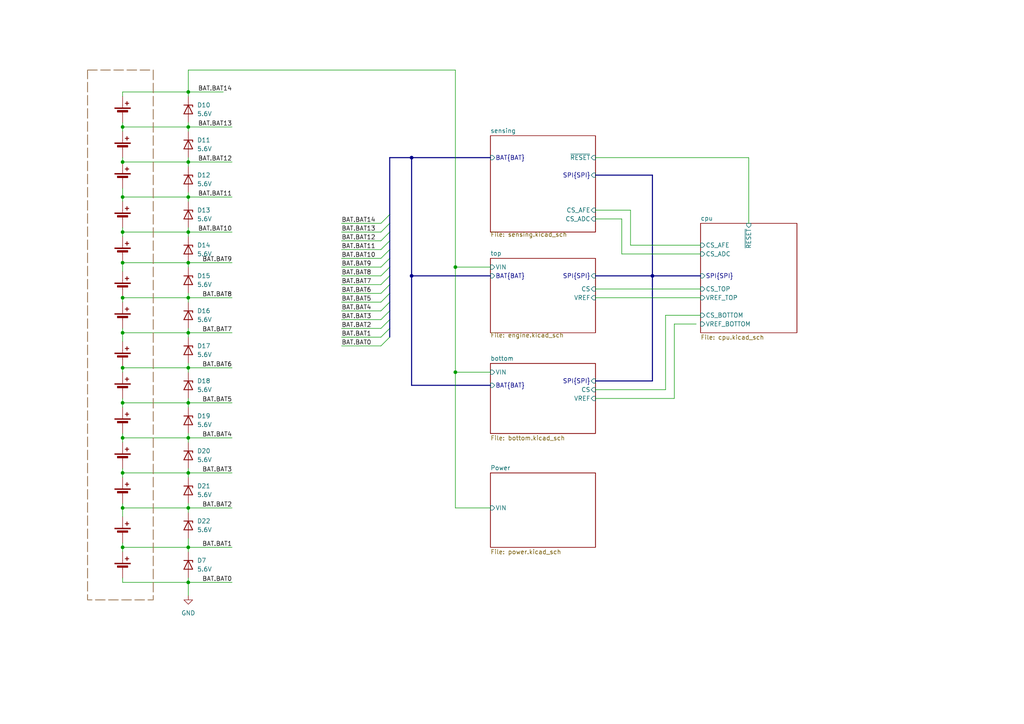
<source format=kicad_sch>
(kicad_sch (version 20250114) (generator "eeschema") (generator_version "9.0")
  (paper "A4")
  (lib_symbols
    (symbol "Device:Battery_Cell" (pin_numbers (hide yes)) (pin_names (offset 0) (hide yes))
      (property "Reference" "BT" (at 2.54 2.54 0))
      (property "Value" "Battery_Cell" (at 2.54 0 0))
      (symbol "Battery_Cell_0_1"
        (rectangle (start -2.286 1.778) (end 2.286 1.524) (fill (type outline)))
        (rectangle (start -1.524 1.016) (end 1.524 0.508) (fill (type outline)))
        (polyline (pts (xy 0 1.778) (xy 0 2.54)))
        (polyline (pts (xy 0 0.762) (xy 0 0)))
        (polyline (pts (xy 0.762 3.048) (xy 1.778 3.048)) (stroke (width 0.254)))
        (polyline (pts (xy 1.27 3.556) (xy 1.27 2.54)) (stroke (width 0.254)))
      )
      (symbol "Battery_Cell_1_1"
        (pin passive line (at 0 5.08 270) (length 2.54) (name "+") (number "1"))
        (pin passive line (at 0 -2.54 90) (length 2.54) (name "-") (number "2"))
      )
    )
    (symbol "Device:D_Zener" (pin_numbers (hide yes)) (pin_names (offset 1.016) (hide yes))
      (property "Reference" "D" (at 0 2.54 0))
      (property "Value" "D_Zener" (at 0 -2.54 0))
      (symbol "D_Zener_0_1"
        (polyline (pts (xy -1.27 -1.27) (xy -1.27 1.27) (xy -0.762 1.27)) (stroke (width 0.254)))
        (polyline (pts (xy 1.27 0) (xy -1.27 0)))
        (polyline (pts (xy 1.27 -1.27) (xy 1.27 1.27) (xy -1.27 0) (xy 1.27 -1.27)) (stroke (width 0.254)))
      )
      (symbol "D_Zener_1_1"
        (pin passive line (at -3.81 0 0) (length 2.54) (name "K") (number "1"))
        (pin passive line (at 3.81 0 180) (length 2.54) (name "A") (number "2"))
      )
    )
    (symbol "power:GND" (power) (pin_numbers (hide yes)) (pin_names (offset 0) (hide yes))
      (property "Value" "GND" (at 0 -3.81 0))
      (symbol "GND_0_1"
        (polyline (pts (xy 0 0) (xy 0 -1.27) (xy 1.27 -1.27) (xy 0 -2.54) (xy -1.27 -1.27) (xy 0 -1.27)))
      )
      (symbol "GND_1_1"
        (pin power_in line (at 0 0 270) (length 0) (name "~") (number "1"))
      )
    )
  )
  (bus_alias "BAT" (members "BAT0" "BAT1" "BAT2" "BAT3" "BAT4" "BAT5" "BAT6" "BAT7" "BAT8" "BAT9" "BAT10" "BAT11" "BAT12" "BAT13" "BAT14" "BAT14S"))
  (bus_alias "I2C" (members "SDA" "SCL"))
  (bus_alias "SPI" (members "MISO" "MOSI" "CLK"))
  (rectangle (start 25.4 20.32) (end 44.45 173.99) (stroke (width 0.254) (type dash) (color 155 118 82 1)))
  (junction (at 189.23 80.01))
  (junction (at 35.56 127))
  (junction (at 54.61 168.91))
  (junction (at 35.56 76.2))
  (junction (at 54.61 46.99))
  (junction (at 35.56 147.32))
  (junction (at 35.56 46.99))
  (junction (at 35.56 96.52))
  (junction (at 54.61 57.15))
  (junction (at 54.61 26.67))
  (junction (at 132.08 107.95))
  (junction (at 119.38 45.72))
  (junction (at 54.61 36.83))
  (junction (at 54.61 67.31))
  (junction (at 35.56 137.16))
  (junction (at 35.56 86.36))
  (junction (at 54.61 147.32))
  (junction (at 54.61 127))
  (junction (at 54.61 116.84))
  (junction (at 35.56 36.83))
  (junction (at 54.61 158.75))
  (junction (at 54.61 76.2))
  (junction (at 132.08 77.47))
  (junction (at 35.56 116.84))
  (junction (at 54.61 96.52))
  (junction (at 35.56 57.15))
  (junction (at 35.56 67.31))
  (junction (at 54.61 137.16))
  (junction (at 54.61 86.36))
  (junction (at 54.61 106.68))
  (junction (at 35.56 158.75))
  (junction (at 119.38 80.01))
  (junction (at 35.56 106.68))
  (bus_entry (at 110.49 100.33) (size 2.54 -2.54))
  (bus_entry (at 110.49 87.63) (size 2.54 -2.54))
  (bus_entry (at 110.49 97.79) (size 2.54 -2.54))
  (bus_entry (at 110.49 92.71) (size 2.54 -2.54))
  (bus_entry (at 110.49 90.17) (size 2.54 -2.54))
  (bus_entry (at 110.49 85.09) (size 2.54 -2.54))
  (bus_entry (at 110.49 69.85) (size 2.54 -2.54))
  (bus_entry (at 110.49 72.39) (size 2.54 -2.54))
  (bus_entry (at 110.49 64.77) (size 2.54 -2.54))
  (bus_entry (at 110.49 80.01) (size 2.54 -2.54))
  (bus_entry (at 110.49 74.93) (size 2.54 -2.54))
  (bus_entry (at 110.49 67.31) (size 2.54 -2.54))
  (bus_entry (at 110.49 77.47) (size 2.54 -2.54))
  (bus_entry (at 110.49 82.55) (size 2.54 -2.54))
  (bus_entry (at 110.49 95.25) (size 2.54 -2.54))
  (wire (pts (xy 54.61 86.36) (xy 54.61 87.63)))
  (bus (pts (xy 189.23 50.8) (xy 189.23 80.01)))
  (bus (pts (xy 119.38 45.72) (xy 119.38 80.01)))
  (wire (pts (xy 35.56 147.32) (xy 35.56 146.05)))
  (wire (pts (xy 132.08 147.32) (xy 142.24 147.32)))
  (wire (pts (xy 35.56 36.83) (xy 35.56 35.56)))
  (wire (pts (xy 203.2 83.82) (xy 172.72 83.82)))
  (wire (pts (xy 99.06 67.31) (xy 110.49 67.31)))
  (wire (pts (xy 54.61 55.88) (xy 54.61 57.15)))
  (wire (pts (xy 54.61 85.09) (xy 54.61 86.36)))
  (wire (pts (xy 54.61 66.04) (xy 54.61 67.31)))
  (wire (pts (xy 35.56 116.84) (xy 35.56 115.57)))
  (wire (pts (xy 35.56 125.73) (xy 35.56 127)))
  (wire (pts (xy 182.88 71.12) (xy 182.88 60.96)))
  (wire (pts (xy 54.61 76.2) (xy 35.56 76.2)))
  (bus (pts (xy 113.03 67.31) (xy 113.03 64.77)))
  (bus (pts (xy 113.03 90.17) (xy 113.03 87.63)))
  (wire (pts (xy 99.06 77.47) (xy 110.49 77.47)))
  (wire (pts (xy 172.72 86.36) (xy 203.2 86.36)))
  (wire (pts (xy 54.61 46.99) (xy 67.31 46.99)))
  (wire (pts (xy 99.06 97.79) (xy 110.49 97.79)))
  (wire (pts (xy 35.56 76.2) (xy 35.56 78.74)))
  (wire (pts (xy 142.24 107.95) (xy 132.08 107.95)))
  (wire (pts (xy 99.06 82.55) (xy 110.49 82.55)))
  (wire (pts (xy 54.61 106.68) (xy 67.31 106.68)))
  (wire (pts (xy 54.61 36.83) (xy 54.61 38.1)))
  (wire (pts (xy 54.61 36.83) (xy 35.56 36.83)))
  (wire (pts (xy 35.56 96.52) (xy 35.56 99.06)))
  (wire (pts (xy 54.61 26.67) (xy 64.77 26.67)))
  (wire (pts (xy 54.61 20.32) (xy 132.08 20.32)))
  (wire (pts (xy 54.61 96.52) (xy 67.31 96.52)))
  (wire (pts (xy 99.06 92.71) (xy 110.49 92.71)))
  (bus (pts (xy 113.03 95.25) (xy 113.03 92.71)))
  (wire (pts (xy 35.56 128.27) (xy 35.56 127)))
  (wire (pts (xy 35.56 96.52) (xy 54.61 96.52)))
  (wire (pts (xy 54.61 57.15) (xy 67.31 57.15)))
  (wire (pts (xy 217.17 45.72) (xy 217.17 64.77)))
  (wire (pts (xy 195.58 115.57) (xy 172.72 115.57)))
  (wire (pts (xy 54.61 156.21) (xy 54.61 158.75)))
  (wire (pts (xy 132.08 20.32) (xy 132.08 77.47)))
  (wire (pts (xy 54.61 36.83) (xy 67.31 36.83)))
  (wire (pts (xy 35.56 147.32) (xy 35.56 149.86)))
  (wire (pts (xy 35.56 168.91) (xy 54.61 168.91)))
  (wire (pts (xy 35.56 138.43) (xy 35.56 137.16)))
  (wire (pts (xy 35.56 67.31) (xy 35.56 68.58)))
  (wire (pts (xy 54.61 35.56) (xy 54.61 36.83)))
  (wire (pts (xy 54.61 158.75) (xy 54.61 160.02)))
  (wire (pts (xy 99.06 69.85) (xy 110.49 69.85)))
  (wire (pts (xy 54.61 46.99) (xy 54.61 45.72)))
  (wire (pts (xy 35.56 95.25) (xy 35.56 96.52)))
  (wire (pts (xy 54.61 26.67) (xy 54.61 27.94)))
  (bus (pts (xy 113.03 92.71) (xy 113.03 90.17)))
  (wire (pts (xy 35.56 45.72) (xy 35.56 46.99)))
  (wire (pts (xy 193.04 113.03) (xy 172.72 113.03)))
  (wire (pts (xy 35.56 86.36) (xy 54.61 86.36)))
  (bus (pts (xy 113.03 87.63) (xy 113.03 85.09)))
  (bus (pts (xy 119.38 111.76) (xy 142.24 111.76)))
  (wire (pts (xy 35.56 137.16) (xy 54.61 137.16)))
  (wire (pts (xy 99.06 80.01) (xy 110.49 80.01)))
  (bus (pts (xy 119.38 80.01) (xy 119.38 111.76)))
  (wire (pts (xy 54.61 116.84) (xy 67.31 116.84)))
  (wire (pts (xy 54.61 57.15) (xy 54.61 58.42)))
  (bus (pts (xy 113.03 72.39) (xy 113.03 69.85)))
  (bus (pts (xy 113.03 45.72) (xy 113.03 62.23)))
  (wire (pts (xy 35.56 106.68) (xy 35.56 107.95)))
  (wire (pts (xy 54.61 116.84) (xy 35.56 116.84)))
  (wire (pts (xy 99.06 100.33) (xy 110.49 100.33)))
  (wire (pts (xy 99.06 90.17) (xy 110.49 90.17)))
  (wire (pts (xy 54.61 147.32) (xy 54.61 148.59)))
  (wire (pts (xy 54.61 168.91) (xy 54.61 172.72)))
  (wire (pts (xy 54.61 168.91) (xy 67.31 168.91)))
  (bus (pts (xy 113.03 85.09) (xy 113.03 82.55)))
  (wire (pts (xy 54.61 168.91) (xy 54.61 167.64)))
  (bus (pts (xy 189.23 110.49) (xy 172.72 110.49)))
  (wire (pts (xy 172.72 60.96) (xy 182.88 60.96)))
  (wire (pts (xy 35.56 116.84) (xy 35.56 118.11)))
  (wire (pts (xy 54.61 76.2) (xy 67.31 76.2)))
  (bus (pts (xy 113.03 74.93) (xy 113.03 72.39)))
  (wire (pts (xy 54.61 127) (xy 54.61 128.27)))
  (wire (pts (xy 172.72 45.72) (xy 217.17 45.72)))
  (wire (pts (xy 35.56 54.61) (xy 35.56 57.15)))
  (bus (pts (xy 113.03 45.72) (xy 119.38 45.72)))
  (wire (pts (xy 54.61 116.84) (xy 54.61 118.11)))
  (wire (pts (xy 35.56 158.75) (xy 54.61 158.75)))
  (bus (pts (xy 113.03 82.55) (xy 113.03 80.01)))
  (wire (pts (xy 35.56 46.99) (xy 54.61 46.99)))
  (wire (pts (xy 54.61 127) (xy 67.31 127)))
  (bus (pts (xy 119.38 80.01) (xy 142.24 80.01)))
  (wire (pts (xy 35.56 26.67) (xy 54.61 26.67)))
  (wire (pts (xy 99.06 72.39) (xy 110.49 72.39)))
  (wire (pts (xy 54.61 137.16) (xy 54.61 138.43)))
  (wire (pts (xy 54.61 105.41) (xy 54.61 106.68)))
  (wire (pts (xy 54.61 137.16) (xy 67.31 137.16)))
  (wire (pts (xy 35.56 157.48) (xy 35.56 158.75)))
  (wire (pts (xy 132.08 107.95) (xy 132.08 77.47)))
  (bus (pts (xy 119.38 45.72) (xy 142.24 45.72)))
  (wire (pts (xy 99.06 87.63) (xy 110.49 87.63)))
  (wire (pts (xy 99.06 74.93) (xy 110.49 74.93)))
  (wire (pts (xy 35.56 57.15) (xy 54.61 57.15)))
  (wire (pts (xy 99.06 95.25) (xy 110.49 95.25)))
  (wire (pts (xy 193.04 91.44) (xy 193.04 113.03)))
  (bus (pts (xy 113.03 77.47) (xy 113.03 74.93)))
  (wire (pts (xy 54.61 95.25) (xy 54.61 96.52)))
  (wire (pts (xy 54.61 147.32) (xy 35.56 147.32)))
  (wire (pts (xy 54.61 86.36) (xy 67.31 86.36)))
  (wire (pts (xy 54.61 158.75) (xy 67.31 158.75)))
  (wire (pts (xy 35.56 66.04) (xy 35.56 67.31)))
  (bus (pts (xy 113.03 80.01) (xy 113.03 77.47)))
  (wire (pts (xy 54.61 67.31) (xy 67.31 67.31)))
  (wire (pts (xy 203.2 91.44) (xy 193.04 91.44)))
  (wire (pts (xy 54.61 135.89) (xy 54.61 137.16)))
  (wire (pts (xy 195.58 93.98) (xy 195.58 115.57)))
  (wire (pts (xy 132.08 77.47) (xy 142.24 77.47)))
  (wire (pts (xy 54.61 106.68) (xy 54.61 107.95)))
  (wire (pts (xy 35.56 135.89) (xy 35.56 137.16)))
  (wire (pts (xy 132.08 107.95) (xy 132.08 147.32)))
  (wire (pts (xy 35.56 106.68) (xy 54.61 106.68)))
  (wire (pts (xy 54.61 115.57) (xy 54.61 116.84)))
  (wire (pts (xy 99.06 85.09) (xy 110.49 85.09)))
  (bus (pts (xy 172.72 80.01) (xy 189.23 80.01)))
  (wire (pts (xy 54.61 147.32) (xy 67.31 147.32)))
  (wire (pts (xy 35.56 86.36) (xy 35.56 87.63)))
  (bus (pts (xy 113.03 64.77) (xy 113.03 62.23)))
  (wire (pts (xy 35.56 127) (xy 54.61 127)))
  (bus (pts (xy 113.03 97.79) (xy 113.03 95.25)))
  (wire (pts (xy 35.56 26.67) (xy 35.56 27.94)))
  (bus (pts (xy 189.23 80.01) (xy 189.23 110.49)))
  (wire (pts (xy 54.61 20.32) (xy 54.61 26.67)))
  (wire (pts (xy 54.61 46.99) (xy 54.61 48.26)))
  (wire (pts (xy 203.2 73.66) (xy 180.34 73.66)))
  (wire (pts (xy 35.56 160.02) (xy 35.56 158.75)))
  (wire (pts (xy 35.56 36.83) (xy 35.56 38.1)))
  (wire (pts (xy 35.56 167.64) (xy 35.56 168.91)))
  (bus (pts (xy 172.72 50.8) (xy 189.23 50.8)))
  (wire (pts (xy 54.61 76.2) (xy 54.61 77.47)))
  (wire (pts (xy 54.61 127) (xy 54.61 125.73)))
  (wire (pts (xy 180.34 63.5) (xy 172.72 63.5)))
  (wire (pts (xy 201.93 93.98) (xy 195.58 93.98)))
  (wire (pts (xy 99.06 64.77) (xy 110.49 64.77)))
  (wire (pts (xy 180.34 73.66) (xy 180.34 63.5)))
  (wire (pts (xy 54.61 146.05) (xy 54.61 147.32)))
  (wire (pts (xy 35.56 67.31) (xy 54.61 67.31)))
  (wire (pts (xy 35.56 58.42) (xy 35.56 57.15)))
  (wire (pts (xy 54.61 96.52) (xy 54.61 97.79)))
  (bus (pts (xy 189.23 80.01) (xy 203.2 80.01)))
  (bus (pts (xy 113.03 69.85) (xy 113.03 67.31)))
  (wire (pts (xy 54.61 67.31) (xy 54.61 68.58)))
  (wire (pts (xy 203.2 71.12) (xy 182.88 71.12)))
  (label "BAT.BAT14" (at 67.31 26.67 180))
  (label "BAT.BAT13" (at 99.06 67.31 0))
  (label "BAT.BAT8" (at 99.06 80.01 0))
  (label "BAT.BAT12" (at 67.31 46.99 180))
  (label "BAT.BAT2" (at 67.31 147.32 180))
  (label "BAT.BAT10" (at 99.06 74.93 0))
  (label "BAT.BAT11" (at 99.06 72.39 0))
  (label "BAT.BAT10" (at 67.31 67.31 180))
  (label "BAT.BAT5" (at 99.06 87.63 0))
  (label "BAT.BAT11" (at 67.31 57.15 180))
  (label "BAT.BAT6" (at 67.31 106.68 180))
  (label "BAT.BAT1" (at 99.06 97.79 0))
  (label "BAT.BAT8" (at 67.31 86.36 180))
  (label "BAT.BAT3" (at 99.06 92.71 0))
  (label "BAT.BAT9" (at 67.31 76.2 180))
  (label "BAT.BAT2" (at 99.06 95.25 0))
  (label "BAT.BAT0" (at 67.31 168.91 180))
  (label "BAT.BAT3" (at 67.31 137.16 180))
  (label "BAT.BAT1" (at 67.31 158.75 180))
  (label "BAT.BAT13" (at 67.31 36.83 180))
  (label "BAT.BAT7" (at 67.31 96.52 180))
  (label "BAT.BAT5" (at 67.31 116.84 180))
  (label "BAT.BAT4" (at 67.31 127 180))
  (label "BAT.BAT12" (at 99.06 69.85 0))
  (label "BAT.BAT0" (at 99.06 100.33 0))
  (label "BAT.BAT9" (at 99.06 77.47 0))
  (label "BAT.BAT6" (at 99.06 85.09 0))
  (label "BAT.BAT14" (at 99.06 64.77 0))
  (label "BAT.BAT7" (at 99.06 82.55 0))
  (label "BAT.BAT4" (at 99.06 90.17 0))
  (symbol (lib_id "Device:D_Zener") (at 54.61 101.6 270) (unit 1)
    (property "Reference" "D17" (at 57.15 100.3299 90) (effects (justify left)))
    (property "Value" "5.6V" (at 57.15 102.8699 90) (effects (justify left)))
    (property "Description" "Zener diode" (effects (hide yes)))
  )
  (symbol (lib_id "Device:D_Zener") (at 54.61 81.28 270) (unit 1)
    (property "Reference" "D15" (at 57.15 80.0099 90) (effects (justify left)))
    (property "Value" "5.6V" (at 57.15 82.5499 90) (effects (justify left)))
    (property "Description" "Zener diode" (effects (hide yes)))
  )
  (symbol (lib_id "Device:D_Zener") (at 54.61 111.76 270) (unit 1)
    (property "Reference" "D18" (at 57.15 110.4899 90) (effects (justify left)))
    (property "Value" "5.6V" (at 57.15 113.0299 90) (effects (justify left)))
    (property "Description" "Zener diode" (effects (hide yes)))
  )
  (symbol (lib_id "Device:D_Zener") (at 54.61 132.08 270) (unit 1)
    (property "Reference" "D20" (at 57.15 130.8099 90) (effects (justify left)))
    (property "Value" "5.6V" (at 57.15 133.3499 90) (effects (justify left)))
    (property "Description" "Zener diode" (effects (hide yes)))
  )
  (symbol (lib_id "Device:Battery_Cell") (at 35.56 43.18 0) (unit 1)
    (property "Reference" "BT2" (effects (hide yes)))
    (property "Value" "Battery_Cell" (effects (hide yes)))
    (property "Description" "Single-cell battery" (effects (hide yes)))
  )
  (symbol (lib_id "Device:Battery_Cell") (at 35.56 83.82 0) (unit 1)
    (property "Reference" "BT6" (effects (hide yes)))
    (property "Value" "Battery_Cell" (effects (hide yes)))
    (property "Description" "Single-cell battery" (effects (hide yes)))
  )
  (symbol (lib_id "Device:D_Zener") (at 54.61 163.83 270) (unit 1)
    (property "Reference" "D7" (at 57.15 162.5599 90) (effects (justify left)))
    (property "Value" "5.6V" (at 57.15 165.0999 90) (effects (justify left)))
    (property "Description" "Zener diode" (effects (hide yes)))
  )
  (symbol (lib_id "Device:D_Zener") (at 54.61 91.44 270) (unit 1)
    (property "Reference" "D16" (at 57.15 90.1699 90) (effects (justify left)))
    (property "Value" "5.6V" (at 57.15 92.7099 90) (effects (justify left)))
    (property "Description" "Zener diode" (effects (hide yes)))
  )
  (symbol (lib_id "Device:Battery_Cell") (at 35.56 123.19 0) (unit 1)
    (property "Reference" "BT10" (effects (hide yes)))
    (property "Value" "Battery_Cell" (effects (hide yes)))
    (property "Description" "Single-cell battery" (effects (hide yes)))
  )
  (symbol (lib_id "Device:D_Zener") (at 54.61 52.07 270) (unit 1)
    (property "Reference" "D12" (at 57.15 50.7999 90) (effects (justify left)))
    (property "Value" "5.6V" (at 57.15 53.3399 90) (effects (justify left)))
    (property "Description" "Zener diode" (effects (hide yes)))
  )
  (symbol (lib_id "Device:Battery_Cell") (at 35.56 52.07 0) (unit 1)
    (property "Reference" "BT3" (effects (hide yes)))
    (property "Value" "Battery_Cell" (effects (hide yes)))
    (property "Description" "Single-cell battery" (effects (hide yes)))
  )
  (symbol (lib_id "Device:D_Zener") (at 54.61 152.4 270) (unit 1)
    (property "Reference" "D22" (at 57.15 151.1299 90) (effects (justify left)))
    (property "Value" "5.6V" (at 57.15 153.6699 90) (effects (justify left)))
    (property "Description" "Zener diode" (effects (hide yes)))
  )
  (symbol (lib_id "Device:Battery_Cell") (at 35.56 92.71 0) (unit 1)
    (property "Reference" "BT7" (effects (hide yes)))
    (property "Value" "Battery_Cell" (effects (hide yes)))
    (property "Description" "Single-cell battery" (effects (hide yes)))
  )
  (symbol (lib_id "Device:Battery_Cell") (at 35.56 113.03 0) (unit 1)
    (property "Reference" "BT9" (effects (hide yes)))
    (property "Value" "Battery_Cell" (effects (hide yes)))
    (property "Description" "Single-cell battery" (effects (hide yes)))
  )
  (symbol (lib_id "Device:D_Zener") (at 54.61 121.92 270) (unit 1)
    (property "Reference" "D19" (at 57.15 120.6499 90) (effects (justify left)))
    (property "Value" "5.6V" (at 57.15 123.1899 90) (effects (justify left)))
    (property "Description" "Zener diode" (effects (hide yes)))
  )
  (symbol (lib_id "Device:Battery_Cell") (at 35.56 143.51 0) (unit 1)
    (property "Reference" "BT12" (effects (hide yes)))
    (property "Value" "Battery_Cell" (effects (hide yes)))
    (property "Description" "Single-cell battery" (effects (hide yes)))
  )
  (symbol (lib_id "Device:Battery_Cell") (at 35.56 154.94 0) (unit 1)
    (property "Reference" "BT13" (effects (hide yes)))
    (property "Value" "Battery_Cell" (effects (hide yes)))
    (property "Description" "Single-cell battery" (effects (hide yes)))
  )
  (symbol (lib_id "Device:Battery_Cell") (at 35.56 133.35 0) (unit 1)
    (property "Reference" "BT11" (effects (hide yes)))
    (property "Value" "Battery_Cell" (effects (hide yes)))
    (property "Description" "Single-cell battery" (effects (hide yes)))
  )
  (symbol (lib_id "Device:Battery_Cell") (at 35.56 73.66 0) (unit 1)
    (property "Reference" "BT5" (effects (hide yes)))
    (property "Value" "Battery_Cell" (effects (hide yes)))
    (property "Description" "Single-cell battery" (effects (hide yes)))
  )
  (symbol (lib_id "Device:D_Zener") (at 54.61 31.75 270) (unit 1)
    (property "Reference" "D10" (at 57.15 30.4799 90) (effects (justify left)))
    (property "Value" "5.6V" (at 57.15 33.0199 90) (effects (justify left)))
    (property "Description" "Zener diode" (effects (hide yes)))
  )
  (symbol (lib_id "Device:Battery_Cell") (at 35.56 33.02 0) (unit 1)
    (property "Reference" "BT1" (effects (hide yes)))
    (property "Value" "Battery_Cell" (effects (hide yes)))
    (property "Description" "Single-cell battery" (effects (hide yes)))
  )
  (symbol (lib_id "Device:Battery_Cell") (at 35.56 63.5 0) (unit 1)
    (property "Reference" "BT4" (effects (hide yes)))
    (property "Value" "Battery_Cell" (effects (hide yes)))
    (property "Description" "Single-cell battery" (effects (hide yes)))
  )
  (symbol (lib_id "Device:D_Zener") (at 54.61 41.91 270) (unit 1)
    (property "Reference" "D11" (at 57.15 40.6399 90) (effects (justify left)))
    (property "Value" "5.6V" (at 57.15 43.1799 90) (effects (justify left)))
    (property "Description" "Zener diode" (effects (hide yes)))
  )
  (symbol (lib_id "power:GND") (at 54.61 172.72 0) (unit 1)
    (property "Reference" "#PWR086" (effects (hide yes)))
    (property "Value" "GND" (at 54.61 177.8 0))
    (property "Description" "Power symbol creates a global label with name \"GND\" , ground" (effects (hide yes)))
  )
  (symbol (lib_id "Device:D_Zener") (at 54.61 142.24 270) (unit 1)
    (property "Reference" "D21" (at 57.15 140.9699 90) (effects (justify left)))
    (property "Value" "5.6V" (at 57.15 143.5099 90) (effects (justify left)))
    (property "Description" "Zener diode" (effects (hide yes)))
  )
  (symbol (lib_id "Device:D_Zener") (at 54.61 72.39 270) (unit 1)
    (property "Reference" "D14" (at 57.15 71.1199 90) (effects (justify left)))
    (property "Value" "5.6V" (at 57.15 73.6599 90) (effects (justify left)))
    (property "Description" "Zener diode" (effects (hide yes)))
  )
  (symbol (lib_id "Device:D_Zener") (at 54.61 62.23 270) (unit 1)
    (property "Reference" "D13" (at 57.15 60.9599 90) (effects (justify left)))
    (property "Value" "5.6V" (at 57.15 63.4999 90) (effects (justify left)))
    (property "Description" "Zener diode" (effects (hide yes)))
  )
  (symbol (lib_id "Device:Battery_Cell") (at 35.56 104.14 0) (unit 1)
    (property "Reference" "BT8" (effects (hide yes)))
    (property "Value" "Battery_Cell" (effects (hide yes)))
    (property "Description" "Single-cell battery" (effects (hide yes)))
  )
  (symbol (lib_id "Device:Battery_Cell") (at 35.56 165.1 0) (unit 1)
    (property "Reference" "BT14" (effects (hide yes)))
    (property "Value" "Battery_Cell" (effects (hide yes)))
    (property "Description" "Single-cell battery" (effects (hide yes)))
  )
  (sheet (at 142.24 39.37) (size 30.48 27.94) (stroke (width 0.1524))
    (property "Sheetname" "sensing" (at 142.24 38.6584 0) (effects (justify left bottom)))
    (property "Sheetfile" "sensing.kicad_sch" (at 142.24 67.2596 0) (effects (justify left top)))
    (pin "BAT{BAT}" input (at 142.24 45.72 180))
    (pin "CS_ADC" input (at 172.72 63.5 0))
    (pin "CS_AFE" input (at 172.72 60.96 0))
    (pin "SPI{SPI}" input (at 172.72 50.8 0))
    (pin "~{RESET}" input (at 172.72 45.72 0))
  )
  (sheet (at 142.24 105.41) (size 30.48 20.32) (stroke (width 0.1524))
    (property "Sheetname" "bottom" (at 142.24 104.6984 0) (effects (justify left bottom)))
    (property "Sheetfile" "bottom.kicad_sch" (at 142.24 126.3146 0) (effects (justify left top)))
    (pin "BAT{BAT}" input (at 142.24 111.76 180))
    (pin "CS" input (at 172.72 113.03 0))
    (pin "SPI{SPI}" input (at 172.72 110.49 0))
    (pin "VIN" input (at 142.24 107.95 180))
    (pin "VREF" input (at 172.72 115.57 0))
  )
  (sheet (at 203.2 64.77) (size 27.94 31.75) (stroke (width 0.1524))
    (property "Sheetname" "cpu" (at 203.2 64.0584 0) (effects (justify left bottom)))
    (property "Sheetfile" "cpu.kicad_sch" (at 203.2 97.1046 0) (effects (justify left top)))
    (pin "CS_AFE" input (at 203.2 71.12 180))
    (pin "CS_BOTTOM" input (at 203.2 91.44 180))
    (pin "CS_TOP" input (at 203.2 83.82 180))
    (pin "SPI{SPI}" input (at 203.2 80.01 180))
    (pin "~{RESET}" input (at 217.17 64.77 90))
    (pin "CS_ADC" input (at 203.2 73.66 180))
    (pin "VREF_BOTTOM" input (at 203.2 93.98 180))
    (pin "VREF_TOP" input (at 203.2 86.36 180))
  )
  (sheet (at 142.24 137.16) (size 30.48 21.59) (stroke (width 0.1524))
    (property "Sheetname" "Power" (at 142.24 136.4484 0) (effects (justify left bottom)))
    (property "Sheetfile" "power.kicad_sch" (at 142.24 159.3346 0) (effects (justify left top)))
    (pin "VIN" input (at 142.24 147.32 180))
  )
  (sheet (at 142.24 74.93) (size 30.48 21.59) (stroke (width 0.1524))
    (property "Sheetname" "top" (at 142.24 74.2184 0) (effects (justify left bottom)))
    (property "Sheetfile" "engine.kicad_sch" (at 142.24 96.4696 0) (effects (justify left top)))
    (pin "BAT{BAT}" input (at 142.24 80.01 180))
    (pin "VREF" input (at 172.72 86.36 0))
    (pin "SPI{SPI}" input (at 172.72 80.01 0))
    (pin "CS" input (at 172.72 83.82 0))
    (pin "VIN" input (at 142.24 77.47 180))
  )
)
</source>
